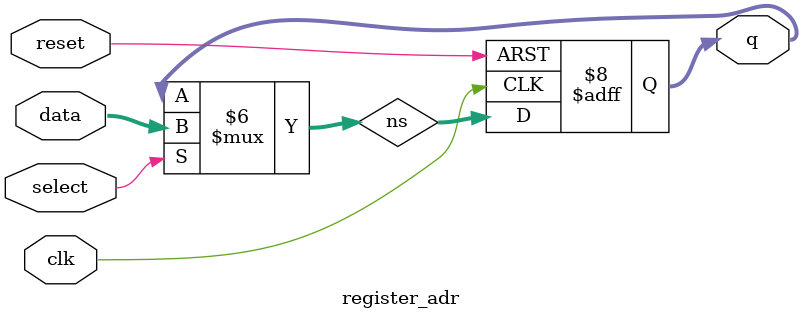
<source format=v>
module register_adr(data,
                  reset,
                  q,
                  select,
                  clk
    );



parameter A=8,  D=8, R=256; // A : Adress width    D : Data width    R : 2^A


//wire&reg
input wire [A-1:0] data;
input wire reset;
input wire select;
input wire clk;
output reg [A-1:0] q;
reg [A-1:0] ns;




//logic
always @ (posedge clk, negedge reset)
    begin
        if (!reset)
            q <= 8'b00000000;
        else
            q <= ns;
    end


always @ (select)
    begin
        if(!select)
            ns <= q;
        else
            ns <= data;  
    end

endmodule
</source>
